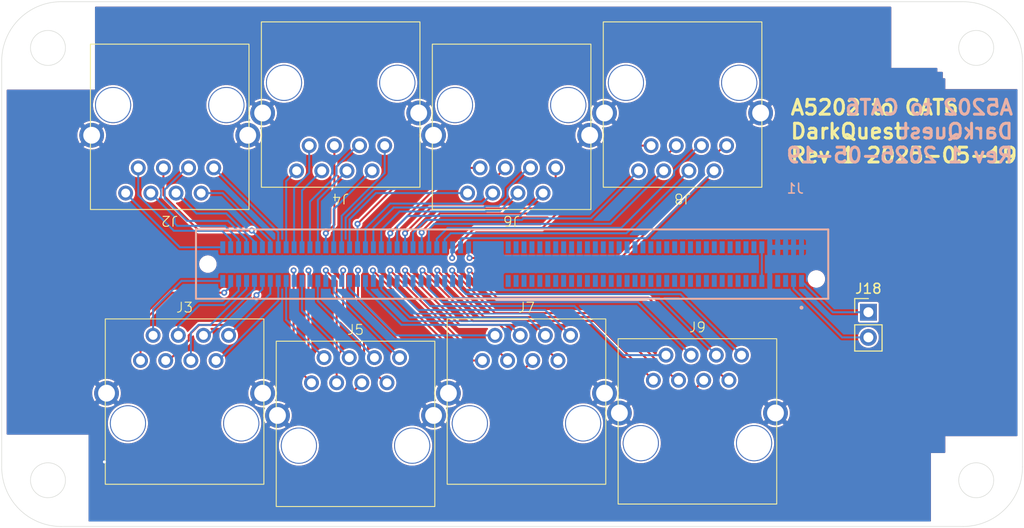
<source format=kicad_pcb>
(kicad_pcb (version 20241229) (generator "pcbnew") (generator_version "9.0")
  (title_block (title "A5202 to CAT6 RJ45 Backplane") (date "2025-05-19") (rev "1") (company "DarkQuest") (comment 1 "Noah Paladino"))
  (layers (0 "F.Cu" signal) (2 "B.Cu" signal) (13 "F.Paste" user) (15 "B.Paste" user) (5 "F.SilkS" user "F.Silkscreen") (7 "B.SilkS" user "B.Silkscreen") (1 "F.Mask" user) (3 "B.Mask" user) (25 "Edge.Cuts" user))
  (net 0 "")
  (net 1 "/A3")
  (net 2 "GND")
  (net 3 "/K2")
  (net 4 "/A1")
  (net 5 "/A2")
  (net 6 "/A0")
  (net 7 "/K0")
  (net 8 "/K1")
  (net 9 "/K3")
  (net 10 "/K5")
  (net 11 "/A5")
  (net 12 "/K6")
  (net 13 "/A4")
  (net 14 "/A7")
  (net 15 "/A6")
  (net 16 "/K4")
  (net 17 "/K7")
  (net 18 "/K9")
  (net 19 "/A10")
  (net 20 "/A11")
  (net 21 "/A8")
  (net 22 "/K11")
  (net 23 "/K10")
  (net 24 "/A9")
  (net 25 "/K8")
  (net 26 "/A15")
  (net 27 "/A14")
  (net 28 "/K12")
  (net 29 "/K14")
  (net 30 "/A13")
  (net 31 "/K15")
  (net 32 "/A12")
  (net 33 "/K13")
  (net 34 "/A17")
  (net 35 "/K18")
  (net 36 "/A19")
  (net 37 "/K19")
  (net 38 "/A18")
  (net 39 "/A16")
  (net 40 "/K16")
  (net 41 "/K17")
  (net 42 "/K23")
  (net 43 "/A21")
  (net 44 "/K21")
  (net 45 "/K22")
  (net 46 "/A22")
  (net 47 "/A23")
  (net 48 "/A20")
  (net 49 "/K20")
  (net 50 "/K27")
  (net 51 "/K24")
  (net 52 "/A25")
  (net 53 "/K25")
  (net 54 "/A24")
  (net 55 "/A26")
  (net 56 "/K26")
  (net 57 "/A27")
  (net 58 "/A31")
  (net 59 "/A30")
  (net 60 "/K29")
  (net 61 "/A29")
  (net 62 "/K28")
  (net 63 "/A28")
  (net 64 "/K31")
  (net 65 "/K30")
  (net 66 "/A35")
  (net 67 "/K33")
  (net 68 "/A33")
  (net 69 "/A32")
  (net 70 "/K32")
  (net 71 "/A34")
  (net 72 "/K35")
  (net 73 "/K34")
  (net 74 "/A37")
  (net 75 "/K39")
  (net 76 "/K38")
  (net 77 "/A36")
  (net 78 "/A39")
  (net 79 "/K37")
  (net 80 "/K36")
  (net 81 "/A38")
  (net 82 "/K43")
  (net 83 "/K41")
  (net 84 "/K42")
  (net 85 "/K40")
  (net 86 "/A42")
  (net 87 "/A43")
  (net 88 "/A40")
  (net 89 "/A41")
  (net 90 "/K45")
  (net 91 "/A45")
  (net 92 "/K44")
  (net 93 "/A44")
  (net 94 "/A47")
  (net 95 "/K46")
  (net 96 "/K47")
  (net 97 "/A46")
  (net 98 "/K51")
  (net 99 "/A48")
  (net 100 "/A50")
  (net 101 "/K48")
  (net 102 "/A49")
  (net 103 "/K50")
  (net 104 "/K49")
  (net 105 "/A51")
  (net 106 "/K52")
  (net 107 "/A54")
  (net 108 "/A53")
  (net 109 "/K54")
  (net 110 "/K55")
  (net 111 "/A55")
  (net 112 "/A52")
  (net 113 "/K53")
  (net 114 "/A58")
  (net 115 "/K57")
  (net 116 "/K59")
  (net 117 "/A56")
  (net 118 "/A59")
  (net 119 "/K58")
  (net 120 "/K56")
  (net 121 "/A57")
  (net 122 "/A61")
  (net 123 "/A62")
  (net 124 "/K61")
  (net 125 "/K62")
  (net 126 "/K63")
  (net 127 "/A63")
  (net 128 "/A60")
  (net 129 "/K60")
  (net 130 "/Therm_Avail")
  (net 131 "/Therm_Sig")
  (net 132 "+3V3")
  (net 133 "/i2c_sda")
  (net 134 "/i2c_scl")
  (footprint "RJJS-88-122-E7V-022:RJJS-88-122-E7V-022" (layer "F.Cu") (at 69.25 70.25 180)
    (property "Reference" "J2")
    (property "Value" "RJ45_Shielded")
  )
  (footprint "RJJS-88-122-E7V-022:RJJS-88-122-E7V-022" (layer "F.Cu") (at 121 68 180)
    (property "Reference" "J8")
    (property "Value" "RJ45_Shielded")
  )
  (footprint "RJJS-88-122-E7V-022:RJJS-88-122-E7V-022" (layer "F.Cu") (at 70.75 98)
    (property "Reference" "J3")
    (property "Value" "RJ45_Shielded")
  )
  (footprint "RJJS-88-122-E7V-022:RJJS-88-122-E7V-022" (layer "F.Cu") (at 88 100.25)
    (property "Reference" "J5")
    (property "Value" "RJ45_Shielded")
  )
  (footprint "RJJS-88-122-E7V-022:RJJS-88-122-E7V-022" (layer "F.Cu") (at 103.75 70.25 180)
    (property "Reference" "J6")
    (property "Value" "RJ45_Shielded")
  )
  (footprint "Connector_PinHeader_2.54mm:PinHeader_1x02_P2.54mm_Vertical" (layer "F.Cu") (at 139.75 88.975)
    (property "Reference" "J18")
    (property "Value" "Conn_01x02_Pin")
  )
  (footprint "RJJS-88-122-E7V-022:RJJS-88-122-E7V-022" (layer "F.Cu") (at 86.5 68 180)
    (property "Reference" "J4")
    (property "Value" "RJ45_Shielded")
  )
  (footprint "RJJS-88-122-E7V-022:RJJS-88-122-E7V-022" (layer "F.Cu") (at 122.5 100)
    (property "Reference" "J9")
    (property "Value" "RJ45_Shielded")
  )
  (footprint "RJJS-88-122-E7V-022:RJJS-88-122-E7V-022" (layer "F.Cu") (at 105.25 98)
    (property "Reference" "J7")
    (property "Value" "RJ45_Shielded")
  )
  (footprint "Edge_Card_SAMTEC:SAMTEC_HSEC8-170-01-X-DV-A" (layer "B.Cu") (at 103.8 84.114 180)
    (property "Reference" "J1")
    (property "Value" "HSEC8-170-01-X-DV-A")
  )
  (gr_arc (start 58.2988 110.6128) (mid 54.056159 108.855441) (end 52.2988 104.6128) (stroke (width 0.05)) (layer "Edge.Cuts"))
  (gr_circle (center 150.631697 62.279903) (end 152.396697 62.279903) (stroke (width 0.05)) (fill no) (layer "Edge.Cuts"))
  (gr_line (start 52.2988 104.5828) (end 52.2988 104.6128) (stroke (width 0.05)) (layer "Edge.Cuts"))
  (gr_arc (start 149.2988 57.6128) (mid 153.541441 59.370159) (end 155.2988 63.6128) (stroke (width 0.05)) (layer "Edge.Cuts"))
  (gr_line (start 155.2988 104.5928) (end 155.2988 104.6128) (stroke (width 0.05)) (layer "Edge.Cuts"))
  (gr_line (start 149.2988 57.6128) (end 58.2988 57.6128) (stroke (width 0.05)) (layer "Edge.Cuts"))
  (gr_arc (start 52.2988 63.6128) (mid 54.056509 59.370509) (end 58.2988 57.6128) (stroke (width 0.05)) (layer "Edge.Cuts"))
  (gr_arc (start 155.2988 104.6128) (mid 153.541441 108.855441) (end 149.2988 110.6128) (stroke (width 0.05)) (layer "Edge.Cuts"))
  (gr_line (start 52.2988 63.6128) (end 52.2988 104.5828) (stroke (width 0.05)) (layer "Edge.Cuts"))
  (gr_circle (center 56.965903 105.945697) (end 58.730903 105.945697) (stroke (width 0.05)) (fill no) (layer "Edge.Cuts"))
  (gr_line (start 155.2988 104.5928) (end 155.2988 63.6128) (stroke (width 0.05)) (layer "Edge.Cuts"))
  (gr_circle (center 56.966255 62.280255) (end 58.731255 62.280255) (stroke (width 0.05)) (fill no) (layer "Edge.Cuts"))
  (gr_line (start 58.2988 110.6128) (end 149.2988 110.6128) (stroke (width 0.05)) (layer "Edge.Cuts"))
  (gr_circle (center 150.631697 105.945697) (end 152.396697 105.945697) (stroke (width 0.05)) (fill no) (layer "Edge.Cuts"))
  (gr_text "A5202 to CAT6\n${COMPANY}\nRev ${REVISION} ${ISSUE_DATE}" (at 131.75 74 0) (layer "F.SilkS") (effects (font (size 1.5 1.5) (thickness 0.3) (bold yes)) (justify left bottom)))
  (gr_text "A5202 to CAT6\n${COMPANY}\nRev ${REVISION} ${ISSUE_DATE}" (at 154.5 74 -0) (layer "B.SilkS") (effects (font (size 1.5 1.5) (thickness 0.3) (bold yes)) (justify left bottom mirror)))
  (segment (start 72.25 88.25) (end 74.75 88.25) (width 0.2) (layer "B.Cu") (net 1))
  (segment (start 76.2 86.8) (end 76.2 85.814) (width 0.2) (layer "B.Cu") (net 1))
  (segment (start 70.115 91.31) (end 70.115 90.385) (width 0.2) (layer "B.Cu") (net 1))
  (segment (start 70.115 90.385) (end 72.25 88.25) (width 0.2) (layer "B.Cu") (net 1))
  (segment (start 74.75 88.25) (end 76.2 86.8) (width 0.2) (layer "B.Cu") (net 1))
  (via (at 62.6588 104.0928) (size 0.6) (drill 0.3) (layers "F.Cu" "B.Cu") (net 2))
  (segment (start 68.75 77.5) (end 68.75 76.588661) (width 0.2) (layer "B.Cu") (net 3))
  (segment (start 77 82.414) (end 77 81.614) (width 0.2) (layer "B.Cu") (net 3))
  (segment (start 70.938661 74.4) (end 71.155 74.4) (width 0.2) (layer "B.Cu") (net 3))
  (segment (start 77 81.614) (end 75.136 79.75) (width 0.2) (layer "B.Cu") (net 3))
  (segment (start 71 79.75) (end 68.75 77.5) (width 0.2) (layer "B.Cu") (net 3))
  (segment (start 75.136 79.75) (end 71 79.75) (width 0.2) (layer "B.Cu") (net 3))
  (segment (start 68.75 76.588661) (end 70.938661 74.4) (width 0.2) (layer "B.Cu") (net 3))
  (segment (start 74.6 85.814) (end 70.436 85.814) (width 0.2) (layer "B.Cu") (net 4))
  (segment (start 67.575 88.675) (end 67.575 91.31) (width 0.2) (layer "B.Cu") (net 4))
  (segment (start 70.436 85.814) (end 67.575 88.675) (width 0.2) (layer "B.Cu") (net 4))
  (segment (start 69.75 80) (end 69.75 79.345) (width 0.2) (layer "B.Cu") (net 5))
  (segment (start 76.2 81.614) (end 74.836 80.25) (width 0.2) (layer "B.Cu") (net 5))
  (segment (start 70 80.25) (end 69.75 80) (width 0.2) (layer "B.Cu") (net 5))
  (segment (start 69.75 79.345) (end 67.345 76.94) (width 0.2) (layer "B.Cu") (net 5))
  (segment (start 76.2 82.414) (end 76.2 81.614) (width 0.2) (layer "B.Cu") (net 5))
  (segment (start 74.836 80.25) (end 70 80.25) (width 0.2) (layer "B.Cu") (net 5))
  (segment (start 74.6 82.414) (end 70.279 82.414) (width 0.2) (layer "B.Cu") (net 6))
  (segment (start 70.279 82.414) (end 64.805 76.94) (width 0.2) (layer "B.Cu") (net 6))
  (segment (start 66.075 77.156339) (end 66.075 74.4) (width 0.2) (layer "B.Cu") (net 7))
  (segment (start 75.4 82.414) (end 75.4 81.614) (width 0.2) (layer "B.Cu") (net 7))
  (segment (start 69.668661 80.75) (end 66.075 77.156339) (width 0.2) (layer "B.Cu") (net 7))
  (segment (start 74.536 80.75) (end 69.668661 80.75) (width 0.2) (layer "B.Cu") (net 7))
  (segment (start 75.4 81.614) (end 74.536 80.75) (width 0.2) (layer "B.Cu") (net 7))
  (segment (start 65.25 91.25) (end 65.25 91.5) (width 0.2) (layer "F.Cu") (net 8))
  (segment (start 74.75 87) (end 69.5 87) (width 0.2) (layer "F.Cu") (net 8))
  (segment (start 66.305 92.555) (end 66.305 93.85) (width 0.2) (layer "F.Cu") (net 8))
  (segment (start 65.25 91.5) (end 66.305 92.555) (width 0.2) (layer "F.Cu") (net 8))
  (segment (start 69.5 87) (end 65.25 91.25) (width 0.2) (layer "F.Cu") (net 8))
  (via (at 74.75 87) (size 0.6) (drill 0.3) (layers "F.Cu" "B.Cu") (net 8))
  (segment (start 75.4 86.35) (end 74.75 87) (width 0.2) (layer "B.Cu") (net 8))
  (segment (start 75.4 85.814) (end 75.4 86.35) (width 0.2) (layer "B.Cu") (net 8))
  (segment (start 71.385 91.031) (end 71.385 93.85) (width 0.2) (layer "B.Cu") (net 9))
  (segment (start 73.355 90.259) (end 72.157 90.259) (width 0.2) (layer "B.Cu") (net 9))
  (segment (start 77 85.814) (end 77 86.614) (width 0.2) (layer "B.Cu") (net 9))
  (segment (start 72.157 90.259) (end 71.385 91.031) (width 0.2) (layer "B.Cu") (net 9))
  (segment (start 77 86.614) (end 73.355 90.259) (width 0.2) (layer "B.Cu") (net 9))
  (segment (start 72.219661 90.259) (end 71.166 91.312661) (width 0.2) (layer "F.Cu") (net 10))
  (segment (start 71.166 91.312661) (end 71.166 91.834) (width 0.2) (layer "F.Cu") (net 10))
  (segment (start 69.15 93.85) (end 68.845 93.85) (width 0.2) (layer "F.Cu") (net 10))
  (segment (start 78.006265 87.256265) (end 75.00353 90.259) (width 0.2) (layer "F.Cu") (net 10))
  (segment (start 75.00353 90.259) (end 72.219661 90.259) (width 0.2) (layer "F.Cu") (net 10))
  (segment (start 71.166 91.834) (end 69.15 93.85) (width 0.2) (layer "F.Cu") (net 10))
  (via (at 78.006265 87.256265) (size 0.6) (drill 0.3) (layers "F.Cu" "B.Cu") (net 10))
  (segment (start 78.6 85.814) (end 78.6 86.66253) (width 0.2) (layer "B.Cu") (net 10))
  (segment (start 78.6 86.66253) (end 78.006265 87.256265) (width 0.2) (layer "B.Cu") (net 10))
  (segment (start 73.104 91.31) (end 72.655 91.31) (width 0.2) (layer "B.Cu") (net 11))
  (segment (start 77.8 85.814) (end 77.8 86.614) (width 0.2) (layer "B.Cu") (net 11))
  (segment (start 77.8 86.614) (end 73.104 91.31) (width 0.2) (layer "B.Cu") (net 11))
  (segment (start 80.2 82.414) (end 80.2 80.905) (width 0.2) (layer "B.Cu") (net 12))
  (segment (start 80.2 80.905) (end 73.695 74.4) (width 0.2) (layer "B.Cu") (net 12))
  (segment (start 74.9531 79) (end 71.945 79) (width 0.2) (layer "B.Cu") (net 13))
  (segment (start 71.945 79) (end 69.885 76.94) (width 0.2) (layer "B.Cu") (net 13))
  (segment (start 77.8 82.414) (end 77.8 81.8469) (width 0.2) (layer "B.Cu") (net 13))
  (segment (start 77.8 81.8469) (end 74.9531 79) (width 0.2) (layer "B.Cu") (net 13))
  (segment (start 79.4 85.814) (end 79.4 87.105) (width 0.2) (layer "B.Cu") (net 14))
  (segment (start 79.4 87.105) (end 75.195 91.31) (width 0.2) (layer "B.Cu") (net 14))
  (segment (start 79.4 82.414) (end 79.4 81.748427) (width 0.2) (layer "B.Cu") (net 15))
  (segment (start 79.4 81.748427) (end 74.591573 76.94) (width 0.2) (layer "B.Cu") (net 15))
  (segment (start 74.591573 76.94) (end 72.425 76.94) (width 0.2) (layer "B.Cu") (net 15))
  (segment (start 68.615 77.156339) (end 68.615 74.4) (width 0.2) (layer "F.Cu") (net 16))
  (segment (start 72.182846 80.724185) (end 68.615 77.156339) (width 0.2) (layer "F.Cu") (net 16))
  (segment (start 77.525815 80.724185) (end 72.182846 80.724185) (width 0.2) (layer "F.Cu") (net 16))
  (via (at 77.525815 80.724185) (size 0.6) (drill 0.3) (layers "F.Cu" "B.Cu") (net 16))
  (segment (start 78.6 82.414) (end 78.6 81.79837) (width 0.2) (layer "B.Cu") (net 16))
  (segment (start 78.6 81.79837) (end 77.525815 80.724185) (width 0.2) (layer "B.Cu") (net 16))
  (segment (start 80.2 85.814) (end 80.2 87.8) (width 0.2) (layer "B.Cu") (net 17))
  (segment (start 80.2 87.8) (end 74.15 93.85) (width 0.2) (layer "B.Cu") (net 17))
  (segment (start 74.15 93.85) (end 73.925 93.85) (width 0.2) (layer "B.Cu") (net 17))
  (segment (start 81.75 84.75) (end 81.75 94.295) (width 0.2) (layer "F.Cu") (net 18))
  (segment (start 81.75 94.295) (end 83.555 96.1) (width 0.2) (layer "F.Cu") (net 18))
  (via (at 81.75 84.75) (size 0.6) (drill 0.3) (layers "F.Cu" "B.Cu") (net 18))
  (segment (start 81.8 85.814) (end 81.8 84.8) (width 0.2) (layer "B.Cu") (net 18))
  (segment (start 81.8 84.8) (end 81.75 84.75) (width 0.2) (layer "B.Cu") (net 18))
  (segment (start 82.6 82.414) (end 82.6 76.685) (width 0.2) (layer "B.Cu") (net 19))
  (segment (start 82.6 76.685) (end 84.595 74.69) (width 0.2) (layer "B.Cu") (net 19))
  (segment (start 82.6 88.795) (end 87.365 93.56) (width 0.2) (layer "B.Cu") (net 20))
  (segment (start 82.6 85.814) (end 82.6 88.795) (width 0.2) (layer "B.Cu") (net 20))
  (segment (start 81 75.745) (end 82.055 74.69) (width 0.2) (layer "B.Cu") (net 21))
  (segment (start 81 82.414) (end 81 75.745) (width 0.2) (layer "B.Cu") (net 21))
  (segment (start 85.044 96.102661) (end 85.044 96.535339) (width 0.2) (layer "F.Cu") (net 22))
  (segment (start 85.044 96.535339) (end 85.659661 97.151) (width 0.2) (layer "F.Cu") (net 22))
  (segment (start 87.584 97.151) (end 88.635 96.1) (width 0.2) (layer "F.Cu") (net 22))
  (segment (start 83.25 94.308661) (end 85.044 96.102661) (width 0.2) (layer "F.Cu") (net 22))
  (segment (start 83.25 84.75) (end 83.25 94.308661) (width 0.2) (layer "F.Cu") (net 22))
  (segment (start 85.659661 97.151) (end 87.584 97.151) (width 0.2) (layer "F.Cu") (net 22))
  (via (at 83.25 84.75) (size 0.6) (drill 0.3) (layers "F.Cu" "B.Cu") (net 22))
  (segment (start 83.4 85.814) (end 83.4 84.9) (width 0.2) (layer "B.Cu") (net 22))
  (segment (start 83.4 84.9) (end 83.25 84.75) (width 0.2) (layer "B.Cu") (net 22))
  (segment (start 83.4 82.414) (end 83.4 77.809339) (width 0.2) (layer "B.Cu") (net 23))
  (segment (start 86.084 75.125339) (end 86.084 74.254661) (width 0.2) (layer "B.Cu") (net 23))
  (segment (start 86.084 74.254661) (end 88.188661 72.15) (width 0.2) (layer "B.Cu") (net 23))
  (segment (start 83.4 77.809339) (end 86.084 75.125339) (width 0.2) (layer "B.Cu") (net 23))
  (segment (start 88.188661 72.15) (end 88.405 72.15) (width 0.2) (layer "B.Cu") (net 23))
  (segment (start 81 85.814) (end 81 89.735) (width 0.2) (layer "B.Cu") (net 24))
  (segment (start 81 89.735) (end 84.825 93.56) (width 0.2) (layer "B.Cu") (net 24))
  (segment (start 81.8 76.431339) (end 83.325 74.906339) (width 0.2) (layer "B.Cu") (net 25))
  (segment (start 83.325 74.906339) (end 83.325 72.15) (width 0.2) (layer "B.Cu") (net 25))
  (segment (start 81.8 82.414) (end 81.8 76.431339) (width 0.2) (layer "B.Cu") (net 25))
  (segment (start 85.8 85.814) (end 85.8 86.915) (width 0.2) (layer "B.Cu") (net 26))
  (segment (start 85.8 86.915) (end 92.445 93.56) (width 0.2) (layer "B.Cu") (net 26))
  (segment (start 85.8 78.565) (end 89.675 74.69) (width 0.2) (layer "B.Cu") (net 27))
  (segment (start 85.8 82.414) (end 85.8 78.565) (width 0.2) (layer "B.Cu") (net 27))
  (segment (start 85 81) (end 85.865 80.135) (width 0.2) (layer "F.Cu") (net 28))
  (segment (start 85.865 80.135) (end 85.865 72.15) (width 0.2) (layer "F.Cu") (net 28))
  (via (at 85 81) (size 0.6) (drill 0.3) (layers "F.Cu" "B.Cu") (net 28))
  (segment (start 85 82.414) (end 85 81) (width 0.2) (layer "B.Cu") (net 28))
  (segment (start 86.6 82.414) (end 86.6 79.251339) (width 0.2) (layer "B.Cu") (net 29))
  (segment (start 90.945 74.906339) (end 90.945 72.15) (width 0.2) (layer "B.Cu") (net 29))
  (segment (start 86.6 79.251339) (end 90.945 74.906339) (width 0.2) (layer "B.Cu") (net 29))
  (segment (start 84.2 87.855) (end 89.905 93.56) (width 0.2) (layer "B.Cu") (net 30))
  (segment (start 84.2 85.814) (end 84.2 87.855) (width 0.2) (layer "B.Cu") (net 30))
  (segment (start 88.854 93.995339) (end 90.958661 96.1) (width 0.2) (layer "F.Cu") (net 31))
  (segment (start 90.958661 96.1) (end 91.175 96.1) (width 0.2) (layer "F.Cu") (net 31))
  (segment (start 88.854 91.854) (end 88.854 93.995339) (width 0.2) (layer "F.Cu") (net 31))
  (segment (start 86.75 84.75) (end 86.75 89.75) (width 0.2) (layer "F.Cu") (net 31))
  (segment (start 86.75 89.75) (end 88.854 91.854) (width 0.2) (layer "F.Cu") (net 31))
  (via (at 86.75 84.75) (size 0.6) (drill 0.3) (layers "F.Cu" "B.Cu") (net 31))
  (segment (start 86.6 85.814) (end 86.6 84.9) (width 0.2) (layer "B.Cu") (net 31))
  (segment (start 86.6 84.9) (end 86.75 84.75) (width 0.2) (layer "B.Cu") (net 31))
  (segment (start 84.2 82.414) (end 84.2 77.625) (width 0.2) (layer "B.Cu") (net 32))
  (segment (start 84.2 77.625) (end 87.135 74.69) (width 0.2) (layer "B.Cu") (net 32))
  (segment (start 85 84.75) (end 86.095 85.845) (width 0.2) (layer "F.Cu") (net 33))
  (segment (start 86.095 85.845) (end 86.095 96.1) (width 0.2) (layer "F.Cu") (net 33))
  (via (at 85 84.75) (size 0.6) (drill 0.3) (layers "F.Cu" "B.Cu") (net 33))
  (segment (start 85 85.814) (end 85 84.75) (width 0.2) (layer "B.Cu") (net 33))
  (segment (start 87.4 85.814) (end 87.4 86.614) (width 0.2) (layer "B.Cu") (net 34))
  (segment (start 87.4 86.614) (end 92.096 91.31) (width 0.2) (layer "B.Cu") (net 34))
  (segment (start 92.096 91.31) (end 102.075 91.31) (width 0.2) (layer "B.Cu") (net 34))
  (segment (start 103.334 77.375339) (end 103.334 76.504661) (width 0.2) (layer "B.Cu") (net 35))
  (segment (start 101.1021 78.25) (end 102.459339 78.25) (width 0.2) (layer "B.Cu") (net 35))
  (segment (start 89.8 82.414) (end 89.8 80.45) (width 0.2) (layer "B.Cu") (net 35))
  (segment (start 105.438661 74.4) (end 105.655 74.4) (width 0.2) (layer "B.Cu") (net 35))
  (segment (start 102.459339 78.25) (end 103.334 77.375339) (width 0.2) (layer "B.Cu") (net 35))
  (segment (start 91.849 78.401) (end 100.9511 78.401) (width 0.2) (layer "B.Cu") (net 35))
  (segment (start 89.8 80.45) (end 91.849 78.401) (width 0.2) (layer "B.Cu") (net 35))
  (segment (start 103.334 76.504661) (end 105.438661 74.4) (width 0.2) (layer "B.Cu") (net 35))
  (segment (start 100.9511 78.401) (end 101.1021 78.25) (width 0.2) (layer "B.Cu") (net 35))
  (segment (start 89 86.614) (end 92.636 90.25) (width 0.2) (layer "B.Cu") (net 36))
  (segment (start 92.636 90.25) (end 103.555 90.25) (width 0.2) (layer "B.Cu") (net 36))
  (segment (start 103.555 90.25) (end 104.615 91.31) (width 0.2) (layer "B.Cu") (net 36))
  (segment (start 89 85.814) (end 89 86.614) (width 0.2) (layer "B.Cu") (net 36))
  (segment (start 102.75 95.75) (end 103.985 95.75) (width 0.2) (layer "F.Cu") (net 37))
  (segment (start 102 93.558661) (end 102 95) (width 0.2) (layer "F.Cu") (net 37))
  (segment (start 103.985 95.75) (end 105.885 93.85) (width 0.2) (layer "F.Cu") (net 37))
  (segment (start 102 95) (end 102.75 95.75) (width 0.2) (layer "F.Cu") (net 37))
  (segment (start 89.75 84.75) (end 97.799 92.799) (width 0.2) (layer "F.Cu") (net 37))
  (segment (start 101.240339 92.799) (end 102 93.558661) (width 0.2) (layer "F.Cu") (net 37))
  (segment (start 97.799 92.799) (end 101.240339 92.799) (width 0.2) (layer "F.Cu") (net 37))
  (via (at 89.75 84.75) (size 0.6) (drill 0.3) (layers "F.Cu" "B.Cu") (net 37))
  (segment (start 89.8 85.814) (end 89.8 84.8) (width 0.2) (layer "B.Cu") (net 37))
  (segment (start 89.8 84.8) (end 89.75 84.75) (width 0.2) (layer "B.Cu") (net 37))
  (segment (start 100.785 78) (end 101.845 76.94) (width 0.2) (layer "B.Cu") (net 38))
  (segment (start 89 80.5) (end 91.5 78) (width 0.2) (layer "B.Cu") (net 38))
  (segment (start 91.5 78) (end 100.785 78) (width 0.2) (layer "B.Cu") (net 38))
  (segment (start 89 82.414) (end 89 80.5) (width 0.2) (layer "B.Cu") (net 38))
  (segment (start 90.06 76.94) (end 99.305 76.94) (width 0.2) (layer "B.Cu") (net 39))
  (segment (start 87.4 82.414) (end 87.4 79.6) (width 0.2) (layer "B.Cu") (net 39))
  (segment (start 87.4 79.6) (end 90.06 76.94) (width 0.2) (layer "B.Cu") (net 39))
  (segment (start 88.2 80.05) (end 93.85 74.4) (width 0.2) (layer "F.Cu") (net 40))
  (segment (start 93.85 74.4) (end 100.575 74.4) (width 0.2) (layer "F.Cu") (net 40))
  (via (at 88.2 80.05) (size 0.6) (drill 0.3) (layers "F.Cu" "B.Cu") (net 40))
  (segment (start 88.2 82.414) (end 88.2 80.05) (width 0.2) (layer "B.Cu") (net 40))
  (segment (start 94.35 93.85) (end 100.805 93.85) (width 0.2) (layer "F.Cu") (net 41))
  (segment (start 88.25 87.75) (end 94.35 93.85) (width 0.2) (layer "F.Cu") (net 41))
  (segment (start 88.25 84.75) (end 88.25 87.75) (width 0.2) (layer "F.Cu") (net 41))
  (via (at 88.25 84.75) (size 0.6) (drill 0.3) (layers "F.Cu" "B.Cu") (net 41))
  (segment (start 88.2 85.814) (end 88.2 84.8) (width 0.2) (layer "B.Cu") (net 41))
  (segment (start 88.2 84.8) (end 88.25 84.75) (width 0.2) (layer "B.Cu") (net 41))
  (segment (start 104.617661 92.799) (end 107.374 92.799) (width 0.2) (layer "F.Cu") (net 42))
  (segment (start 98.509 90.259) (end 102.573 90.259) (width 0.2) (layer "F.Cu") (net 42))
  (segment (start 103.564 91.745339) (end 104.617661 92.799) (width 0.2) (layer "F.Cu") (net 42))
  (segment (start 107.374 92.799) (end 108.425 93.85) (width 0.2) (layer "F.Cu") (net 42))
  (segment (start 102.573 90.259) (end 103.564 91.25) (width 0.2) (layer "F.Cu") (net 42))
  (segment (start 93 84.75) (end 98.509 90.259) (width 0.2) (layer "F.Cu") (net 42))
  (segment (start 103.564 91.25) (end 103.564 91.745339) (width 0.2) (layer "F.Cu") (net 42))
  (via (at 93 84.75) (size 0.6) (drill 0.3) (layers "F.Cu" "B.Cu") (net 42))
  (segment (start 93 85.814) (end 93 84.75) (width 0.2) (layer "B.Cu") (net 42))
  (segment (start 105.345 89.5) (end 107.155 91.31) (width 0.2) (layer "B.Cu") (net 43))
  (segment (start 93.486 89.5) (end 105.345 89.5) (width 0.2) (layer "B.Cu") (net 43))
  (segment (start 90.6 85.814) (end 90.6 86.614) (width 0.2) (layer "B.Cu") (net 43))
  (segment (start 90.6 86.614) (end 93.486 89.5) (width 0.2) (layer "B.Cu") (net 43))
  (segment (start 91.5 84.75) (end 99.148 92.398) (width 0.2) (layer "F.Cu") (net 44))
  (segment (start 99.148 92.398) (end 101.893 92.398) (width 0.2) (layer "F.Cu") (net 44))
  (segment (start 101.893 92.398) (end 103.345 93.85) (width 0.2) (layer "F.Cu") (net 44))
  (via (at 91.5 84.75) (size 0.6) (drill 0.3) (layers "F.Cu" "B.Cu") (net 44))
  (segment (start 91.4 84.85) (end 91.5 84.75) (width 0.2) (layer "B.Cu") (net 44))
  (segment (start 91.4 85.814) (end 91.4 84.85) (width 0.2) (layer "B.Cu") (net 44))
  (segment (start 93 81) (end 95.5 78.5) (width 0.2) (layer "F.Cu") (net 45))
  (segment (start 108.25 77) (end 108.195 76.945) (width 0.2) (layer "F.Cu") (net 45))
  (segment (start 107.5 78.5) (end 108.25 77.75) (width 0.2) (layer "F.Cu") (net 45))
  (segment (start 108.195 76.945) (end 108.195 74.4) (width 0.2) (layer "F.Cu") (net 45))
  (segment (start 108.25 77.75) (end 108.25 77) (width 0.2) (layer "F.Cu") (net 45))
  (segment (start 95.5 78.5) (end 107.5 78.5) (width 0.2) (layer "F.Cu") (net 45))
  (via (at 93 81) (size 0.6) (drill 0.3) (layers "F.Cu" "B.Cu") (net 45))
  (segment (start 93 82.414) (end 93 81) (width 0.2) (layer "B.Cu") (net 45))
  (segment (start 92.2 80.3) (end 93.25 79.25) (width 0.2) (layer "B.Cu") (net 46))
  (segment (start 93.25 79.25) (end 104.615 79.25) (width 0.2) (layer "B.Cu") (net 46))
  (segment (start 104.615 79.25) (end 106.925 76.94) (width 0.2) (layer "B.Cu") (net 46))
  (segment (start 92.2 82.414) (end 92.2 80.3) (width 0.2) (layer "B.Cu") (net 46))
  (segment (start 92.2 86.614) (end 94.336 88.75) (width 0.2) (layer "B.Cu") (net 47))
  (segment (start 94.336 88.75) (end 107.135 88.75) (width 0.2) (layer "B.Cu") (net 47))
  (segment (start 92.2 85.814) (end 92.2 86.614) (width 0.2) (layer "B.Cu") (net 47))
  (segment (start 107.135 88.75) (end 109.695 91.31) (width 0.2) (layer "B.Cu") (net 47))
  (segment (start 92.448 78.802) (end 101.1172 78.802) (width 0.2) (layer "B.Cu") (net 48))
  (segment (start 90.6 82.414) (end 90.6 80.65) (width 0.2) (layer "B.Cu") (net 48))
  (segment (start 102.575 78.75) (end 104.385 76.94) (width 0.2) (layer "B.Cu") (net 48))
  (segment (start 101.1692 78.75) (end 102.575 78.75) (width 0.2) (layer "B.Cu") (net 48))
  (segment (start 101.1172 78.802) (end 101.1692 78.75) (width 0.2) (layer "B.Cu") (net 48))
  (segment (start 90.6 80.65) (end 92.448 78.802) (width 0.2) (layer "B.Cu") (net 48))
  (segment (start 96.75 75.75) (end 101.765 75.75) (width 0.2) (layer "F.Cu") (net 49))
  (segment (start 101.765 75.75) (end 103.115 74.4) (width 0.2) (layer "F.Cu") (net 49))
  (segment (start 91.5 81) (end 96.75 75.75) (width 0.2) (layer "F.Cu") (net 49))
  (via (at 91.5 81) (size 0.6) (drill 0.3) (layers "F.Cu" "B.Cu") (net 49))
  (segment (start 91.4 82.414) (end 91.4 81.1) (width 0.2) (layer "B.Cu") (net 49))
  (segment (start 91.4 81.1) (end 91.5 81) (width 0.2) (layer "B.Cu") (net 49))
  (segment (start 120.25 97.5) (end 121.5 97.5) (width 0.2) (layer "F.Cu") (net 50))
  (segment (start 119.544 95.852661) (end 119.544 96.794) (width 0.2) (layer "F.Cu") (net 50))
  (segment (start 119.544 96.794) (end 120.25 97.5) (width 0.2) (layer "F.Cu") (net 50))
  (segment (start 113.148339 89.457) (end 119.544 95.852661) (width 0.2) (layer "F.Cu") (net 50))
  (segment (start 100.957 89.457) (end 113.148339 89.457) (width 0.2) (layer "F.Cu") (net 50))
  (segment (start 121.5 97.485) (end 123.135 95.85) (width 0.2) (layer "F.Cu") (net 50))
  (segment (start 96.25 84.75) (end 100.957 89.457) (width 0.2) (layer "F.Cu") (net 50))
  (segment (start 121.5 97.5) (end 121.5 97.485) (width 0.2) (layer "F.Cu") (net 50))
  (via (at 96.25 84.75) (size 0.6) (drill 0.3) (layers "F.Cu" "B.Cu") (net 50))
  (segment (start 96.2 85.814) (end 96.2 84.8) (width 0.2) (layer "B.Cu") (net 50))
  (segment (start 96.2 84.8) (end 96.25 84.75) (width 0.2) (layer "B.Cu") (net 50))
  (segment (start 107.75 79) (end 96.5 79) (width 0.2) (layer "F.Cu") (net 51))
  (segment (start 114.6 72.15) (end 108 78.75) (width 0.2) (layer "F.Cu") (net 51))
  (segment (start 108 78.75) (end 107.75 79) (width 0.2) (layer "F.Cu") (net 51))
  (segment (start 117.825 72.15) (end 114.6 72.15) (width 0.2) (layer "F.Cu") (net 51))
  (segment (start 96.5 79) (end 94.674265 80.825735) (width 0.2) (layer "F.Cu") (net 51))
  (segment (start 94.674265 80.825735) (end 94.674265 80.924265) (width 0.2) (layer "F.Cu") (net 51))
  (via (at 94.674265 80.924265) (size 0.6) (drill 0.3) (layers "F.Cu" "B.Cu") (net 51))
  (segment (start 94.674265 82.339735) (end 94.6 82.414) (width 0.2) (layer "B.Cu") (net 51))
  (segment (start 94.674265 80.924265) (end 94.674265 82.339735) (width 0.2) (layer "B.Cu") (net 51))
  (segment (start 93.8 86.614) (end 95.535 88.349) (width 0.2) (layer "B.Cu") (net 52))
  (segment (start 110.099 88.349) (end 115.06 93.31) (width 0.2) (layer "B.Cu") (net 52))
  (segment (start 95.535 88.349) (end 110.099 88.349) (width 0.2) (layer "B.Cu") (net 52))
  (segment (start 115.06 93.31) (end 119.325 93.31) (width 0.2) (layer "B.Cu") (net 52))
  (segment (start 93.8 85.814) (end 93.8 86.614) (width 0.2) (layer "B.Cu") (net 52))
  (segment (start 94.75 84.75) (end 99.858 89.858) (width 0.2) (layer "F.Cu") (net 53))
  (segment (start 112.063 89.858) (end 118.055 95.85) (width 0.2) (layer "F.Cu") (net 53))
  (segment (start 99.858 89.858) (end 112.063 89.858) (width 0.2) (layer "F.Cu") (net 53))
  (via (at 94.75 84.75) (size 0.6) (drill 0.3) (layers "F.Cu" "B.Cu") (net 53))
  (segment (start 94.6 84.9) (end 94.75 84.75) (width 0.2) (layer "B.Cu") (net 53))
  (segment (start 94.6 85.814) (end 94.6 84.9) (width 0.2) (layer "B.Cu") (net 53))
  (segment (start 111.745 79.5) (end 116.555 74.69) (width 0.2) (layer "B.Cu") (net 54))
  (segment (start 95.099 79.651) (end 104.7811 79.651) (width 0.2) (layer "B.Cu") (net 54))
  (segment (start 93.8 80.95) (end 95.099 79.651) (width 0.2) (layer "B.Cu") (net 54))
  (segment (start 104.7811 79.651) (end 104.9321 79.5) (width 0.2) (layer "B.Cu") (net 54))
  (segment (start 104.9321 79.5) (end 106.418439 79.5) (width 0.2) (layer "B.Cu") (net 54))
  (segment (start 93.8 82.414) (end 93.8 80.95) (width 0.2) (layer "B.Cu") (net 54))
  (segment (start 106.418439 79.5) (end 111.745 79.5) (width 0.2) (layer "B.Cu") (net 54))
  (segment (start 95.4 80.6) (end 95.948 80.052) (width 0.2) (layer "B.Cu") (net 55))
  (segment (start 113.733 80.052) (end 119.095 74.69) (width 0.2) (layer "B.Cu") (net 55))
  (segment (start 95.4 82.414) (end 95.4 80.6) (width 0.2) (layer "B.Cu") (net 55))
  (segment (start 95.948 80.052) (end 113.733 80.052) (width 0.2) (layer "B.Cu") (net 55))
  (segment (start 122.688661 72.15) (end 122.905 72.15) (width 0.2) (layer "B.Cu") (net 56))
  (segment (start 96.2 82.414) (end 96.2 81.55) (width 0.2) (layer "B.Cu") (net 56))
  (segment (start 97.297 80.453) (end 114.818339 80.453) (width 0.2) (layer "B.Cu") (net 56))
  (segment (start 114.818339 80.453) (end 120.146 75.125339) (width 0.2) (layer "B.Cu") (net 56))
  (segment (start 120.146 74.692661) (end 122.688661 72.15) (width 0.2) (layer "B.Cu") (net 56))
  (segment (start 96.2 81.55) (end 97.297 80.453) (width 0.2) (layer "B.Cu") (net 56))
  (segment (start 120.146 75.125339) (end 120.146 74.692661) (width 0.2) (layer "B.Cu") (net 56))
  (segment (start 116.503 87.948) (end 121.865 93.31) (width 0.2) (layer "B.Cu") (net 57))
  (segment (start 95.4 85.814) (end 95.4 86.614) (width 0.2) (layer "B.Cu") (net 57))
  (segment (start 96.734 87.948) (end 116.503 87.948) (width 0.2) (layer "B.Cu") (net 57))
  (segment (start 95.4 86.614) (end 96.734 87.948) (width 0.2) (layer "B.Cu") (net 57))
  (segment (start 99.132 87.146) (end 120.781 87.146) (width 0.2) (layer "B.Cu") (net 58))
  (segment (start 98.6 86.614) (end 99.132 87.146) (width 0.2) (layer "B.Cu") (net 58))
  (segment (start 98.6 85.814) (end 98.6 86.614) (width 0.2) (layer "B.Cu") (net 58))
  (segment (start 120.781 87.146) (end 126.945 93.31) (width 0.2) (layer "B.Cu") (net 58))
  (segment (start 98.6 81.614) (end 98.714 81.5) (width 0.2) (layer "B.Cu") (net 59))
  (segment (start 98.714 81.5) (end 117.365 81.5) (width 0.2) (layer "B.Cu") (net 59))
  (segment (start 98.6 82.414) (end 98.6 81.614) (width 0.2) (layer "B.Cu") (net 59))
  (segment (start 117.365 81.5) (end 124.175 74.69) (width 0.2) (layer "B.Cu") (net 59))
  (segment (start 102.056 89.056) (end 113.584661 89.056) (width 0.2) (layer "F.Cu") (net 60))
  (segment (start 113.584661 89.056) (end 120.378661 95.85) (width 0.2) (layer "F.Cu") (net 60))
  (segment (start 120.378661 95.85) (end 120.595 95.85) (width 0.2) (layer "F.Cu") (net 60))
  (segment (start 97.75 84.75) (end 102.056 89.056) (width 0.2) (layer "F.Cu") (net 60))
  (via (at 97.75 84.75) (size 0.6) (drill 0.3) (layers "F.Cu" "B.Cu") (net 60))
  (segment (start 97.8 85.814) (end 97.8 84.8) (width 0.2) (layer "B.Cu") (net 60))
  (segment (start 97.8 84.8) (end 97.75 84.75) (width 0.2) (layer "B.Cu") (net 60))
  (segment (start 97 85.814) (end 97 86.614) (width 0.2) (layer "B.Cu") (net 61))
  (segment (start 97.933 87.547) (end 118.642 87.547) (width 0.2) (layer "B.Cu") (net 61))
  (segment (start 97 86.614) (end 97.933 87.547) (width 0.2) (layer "B.Cu") (net 61))
  (segment (start 118.642 87.547) (end 124.405 93.31) (width 0.2) (layer "B.Cu") (net 61))
  (segment (start 97.75 82.75) (end 97.75 83.5) (width 0.2) (layer "F.Cu") (net 62))
  (segment (start 100 80.5) (end 97.75 82.75) (width 0.2) (layer "F.Cu") (net 62))
  (segment (start 106.8171 80.5) (end 100 80.5) (width 0.2) (layer "F.Cu") (net 62))
  (segment (start 120.365 72.15) (end 118.876 73.639) (width 0.2) (layer "F.Cu") (net 62))
  (segment (start 113.6781 73.639) (end 106.8171 80.5) (width 0.2) (layer "F.Cu") (net 62))
  (segment (start 118.876 73.639) (end 113.6781 73.639) (width 0.2) (layer "F.Cu") (net 62))
  (via (at 97.75 83.5) (size 0.6) (drill 0.3) (layers "F.Cu" "B.Cu") (net 62))
  (segment (start 97.75 82.464) (end 97.8 82.414) (width 0.2) (layer "B.Cu") (net 62))
  (segment (start 97.75 83.5) (end 97.75 82.464) (width 0.2) (layer "B.Cu") (net 62))
  (segment (start 97 81.614) (end 97.614 81) (width 0.2) (layer "B.Cu") (net 63))
  (segment (start 97 82.414) (end 97 81.614) (width 0.2) (layer "B.Cu") (net 63))
  (segment (start 115.325 81) (end 121.635 74.69) (width 0.2) (layer "B.Cu") (net 63))
  (segment (start 97.614 81) (end 115.325 81) (width 0.2) (layer "B.Cu") (net 63))
  (segment (start 125.458661 95.85) (end 125.675 95.85) (width 0.2) (layer "F.Cu") (net 64))
  (segment (start 123.354 93.312661) (end 123.354 93.745339) (width 0.2) (layer "F.Cu") (net 64))
  (segment (start 102.25 87.5) (end 117.541339 87.5) (width 0.2) (layer "F.Cu") (net 64))
  (segment (start 117.541339 87.5) (end 123.354 93.312661) (width 0.2) (layer "F.Cu") (net 64))
  (segment (start 99.5 84.75) (end 102.25 87.5) (width 0.2) (layer "F.Cu") (net 64))
  (segment (start 123.354 93.745339) (end 125.458661 95.85) (width 0.2) (layer "F.Cu") (net 64))
  (via (at 99.5 84.75) (size 0.6) (drill 0.3) (layers "F.Cu" "B.Cu") (net 64))
  (segment (start 99.4 85.814) (end 99.4 84.85) (width 0.2) (layer "B.Cu") (net 64))
  (segment (start 99.4 84.85) (end 99.5 84.75) (width 0.2) (layer "B.Cu") (net 64))
  (segment (start 114.749339 83.5) (end 123.124 75.125339) (width 0.2) (layer "F.Cu") (net 65))
  (segment (start 125.228661 72.15) (end 125.445 72.15) (width 0.2) (layer "F.Cu") (net 65))
  (segment (start 123.124 74.254661) (end 125.228661 72.15) (width 0.2) (layer "F.Cu") (net 65))
  (segment (start 123.124 75.125339) (end 123.124 74.254661) (width 0.2) (layer "F.Cu") (net 65))
  (segment (start 99.5 83.5) (end 114.749339 83.5) (width 0.2) (layer "F.Cu") (net 65))
  (via (at 99.5 83.5) (size 0.6) (drill 0.3) (layers "F.Cu" "B.Cu") (net 65))
  (segment (start 99.4 82.414) (end 99.4 83.4) (width 0.2) (layer "B.Cu") (net 65))
  (segment (start 99.4 83.4) (end 99.5 83.5) (width 0.2) (layer "B.Cu") (net 65))
  (segment (start 137.101 91.515) (end 139.75 91.515) (width 0.2) (layer "B.Cu") (net 130))
  (segment (start 132.2 85.814) (end 132.2 86.614) (width 0.2) (layer "B.Cu") (net 130))
  (segment (start 132.2 86.614) (end 137.101 91.515) (width 0.2) (layer "B.Cu") (net 130))
  (segment (start 133 85.814) (end 136.161 88.975) (width 0.2) (layer "B.Cu") (net 131))
  (segment (start 136.161 88.975) (end 139.75 88.975) (width 0.2) (layer "B.Cu") (net 131))
  (segment (start 129 85.814) (end 129 82.414) (width 0.2) (layer "B.Cu") (net 132))
  (zone (net 2) (net_name "GND") (layers "F.Cu" "B.Cu") (connect_pads (clearance 0.2)) (min_thickness 0.15) (fill yes (thermal_gap 0.2) (thermal_bridge_width 0.508))
    (polygon (pts (xy 61.7088 66.4928) (xy 52.4588 66.4928) (xy 52.4588 101.3428) (xy 61.0588 101.3428) (xy 61.0588 110.3428) (xy 146.0588 110.4428) (xy 146.0588 103.1928) (xy 147.5088 103.1928) (xy 147.5088 101.4928) (xy 155.1088 101.4928) (xy 155.1588 66.8428) (xy 155.1588 66.4428) (xy 147.5088 66.4428) (xy 147.5088 65.3428) (xy 147.2588 65.3428) (xy 147.2588 64.6928) (xy 146.7088 64.6928) (xy 146.7088 64.2928) (xy 142.0588 64.2928) (xy 142.0588 57.7928) (xy 61.7088 57.7928)))
  )
)
</source>
